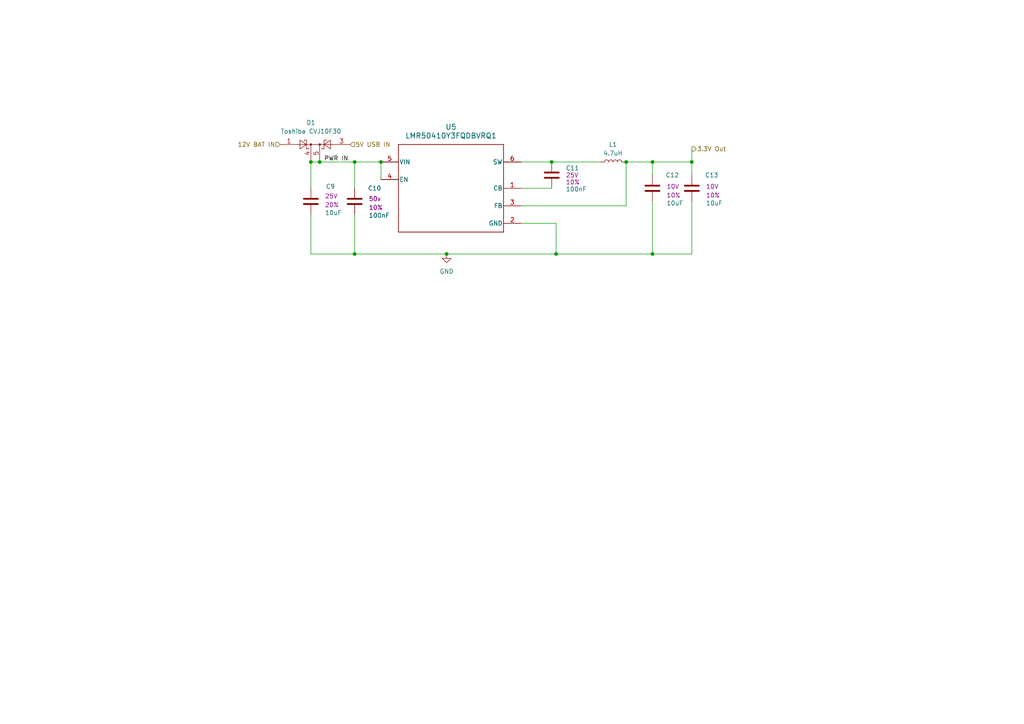
<source format=kicad_sch>
(kicad_sch (version 20231120) (generator "eeschema") (generator_version "8.0")
  (paper "A4")
  (title_block (title "RykerConnect PCB") (date "2024-04-26") (rev "1"))
  (lib_symbols
    (symbol "Device:L" (pin_numbers hide) (pin_names (offset 1.016) hide)
      (property "Reference" "L" (at -1.27 0 90))
      (property "Value" "L" (at 1.905 0 90))
      (symbol "L_0_1"
        (arc (start 0 -2.54) (mid 0.6323 -1.905) (end 0 -1.27))
        (arc (start 0 -1.27) (mid 0.6323 -0.635) (end 0 0))
        (arc (start 0 0) (mid 0.6323 0.635) (end 0 1.27))
        (arc (start 0 1.27) (mid 0.6323 1.905) (end 0 2.54))
      )
      (symbol "L_1_1"
        (pin passive line (at 0 3.81 270) (length 1.27) (name "1") (number "1"))
        (pin passive line (at 0 -3.81 90) (length 1.27) (name "2") (number "2"))
      )
    )
    (symbol "Diode:BAT160C"
      (property "Reference" "D1" (at 0 6.35 0))
      (property "Value" "BAT120C" (at 0 3.81 0))
      (symbol "BAT160C_0_1"
        (polyline (pts (xy -1.905 0) (xy 3.81 0)))
        (polyline (pts (xy -1.905 1.27) (xy -1.905 1.016)))
        (polyline (pts (xy -1.27 -1.27) (xy -0.635 -1.27)))
        (polyline (pts (xy -1.27 0) (xy -3.81 0)))
        (polyline (pts (xy -1.27 1.27) (xy -1.905 1.27)))
        (polyline (pts (xy -1.27 1.27) (xy -1.27 -1.27)))
        (polyline (pts (xy -0.635 -1.27) (xy -0.635 -1.016)))
        (polyline (pts (xy 3.175 -1.27) (xy 3.175 -1.016)))
        (polyline (pts (xy 3.81 -1.27) (xy 3.175 -1.27)))
        (polyline (pts (xy 3.81 1.27) (xy 3.81 -1.27)))
        (polyline (pts (xy 3.81 1.27) (xy 4.445 1.27)))
        (polyline (pts (xy 4.445 1.27) (xy 4.445 1.016)))
        (polyline (pts (xy 6.35 0) (xy 3.81 0)))
        (polyline (pts (xy -3.175 -1.27) (xy -3.175 1.27) (xy -1.27 0) (xy -3.175 -1.27)))
        (polyline (pts (xy 5.715 -1.27) (xy 5.715 1.27) (xy 3.81 0) (xy 5.715 -1.27)))
        (circle (center 0 0) (radius 0.254) (fill (type outline)))
        (circle (center 2.54 0) (radius 0.254) (fill (type outline)))
      )
      (symbol "BAT160C_1_0"
        (pin passive line (at 2.54 -5.08 90) (length 5.08) (name "~") (number "5"))
      )
      (symbol "BAT160C_1_1"
        (pin passive line (at -8.89 0 0) (length 5.08) (name "~") (number "1"))
        (pin no_connect line (at 0 2.54 270) (length 5.08) hide (name "NC") (number "2"))
        (pin passive line (at 11.43 0 180) (length 5.08) (name "~") (number "3"))
        (pin passive line (at 0 -5.08 90) (length 5.08) (name "~") (number "4"))
      )
    )
    (symbol "SparkFun-Capacitor:C" (pin_numbers hide) (pin_names (offset 0.254))
      (property "Reference" "C" (at 0.635 2.54 0))
      (property "Value" "C" (at 0.635 -2.54 0))
      (property "Voltage" "1kV" (at 0 -6.35 0))
      (property "Tolerance" "100%" (at 0 -8.89 0))
      (symbol "C_0_1"
        (polyline (pts (xy -2.032 -0.762) (xy 2.032 -0.762)) (stroke (width 0.508)))
        (polyline (pts (xy -2.032 0.762) (xy 2.032 0.762)) (stroke (width 0.508)))
      )
      (symbol "C_1_1"
        (pin passive line (at 0 3.81 270) (length 2.794) (name "~") (number "1"))
        (pin passive line (at 0 -3.81 90) (length 2.794) (name "~") (number "2"))
      )
    )
    (symbol "Ti LMR50410Y3FQDBVRQ1:LMR50410Y3FQDBVRQ1" (pin_names (offset 0.254))
      (property "Reference" "U" (at 0 2.54 0))
      (property "Value" "LMR50410Y3FQDBVRQ1" (at 0 0 0))
      (symbol "LMR50410Y3FQDBVRQ1_0_1"
        (polyline (pts (xy -15.24 -12.7) (xy 15.24 -12.7)) (stroke (width 0.2032)))
        (polyline (pts (xy -15.24 12.7) (xy -15.24 -12.7)) (stroke (width 0.2032)))
        (polyline (pts (xy 15.24 -12.7) (xy 15.24 12.7)) (stroke (width 0.2032)))
        (polyline (pts (xy 15.24 12.7) (xy -15.24 12.7)) (stroke (width 0.2032)))
        (pin unspecified line (at 20.32 0 180) (length 5.08) (name "CB") (number "1"))
        (pin power_in line (at 20.32 -10.16 180) (length 5.08) (name "GND") (number "2"))
        (pin unspecified line (at 20.32 -5.08 180) (length 5.08) (name "FB") (number "3"))
        (pin input line (at -20.32 2.54 0) (length 5.08) (name "EN") (number "4"))
        (pin power_in line (at -20.32 7.62 0) (length 5.08) (name "VIN") (number "5"))
        (pin power_in line (at 20.32 7.62 180) (length 5.08) (name "SW") (number "6"))
      )
    )
    (symbol "power:GND" (power) (pin_numbers hide) (pin_names (offset 0) hide)
      (property "Value" "GND" (at 0 -3.81 0))
      (symbol "GND_0_1"
        (polyline (pts (xy 0 0) (xy 0 -1.27) (xy 1.27 -1.27) (xy 0 -2.54) (xy -1.27 -1.27) (xy 0 -1.27)))
      )
      (symbol "GND_1_1"
        (pin power_in line (at 0 0 270) (length 0) (name "~") (number "1"))
      )
    )
  )
  (junction (at 189.23 46.99))
  (junction (at 189.23 73.66))
  (junction (at 102.87 73.66))
  (junction (at 200.66 46.99))
  (junction (at 129.54 73.66))
  (junction (at 90.17 46.99))
  (junction (at 161.29 73.66))
  (junction (at 92.71 46.99))
  (junction (at 110.49 46.99))
  (junction (at 102.87 46.99))
  (junction (at 181.61 46.99))
  (junction (at 160.02 46.99))
  (wire (pts (xy 102.87 73.66) (xy 129.54 73.66)))
  (wire (pts (xy 200.66 73.66) (xy 189.23 73.66)))
  (wire (pts (xy 189.23 73.66) (xy 189.23 58.42)))
  (wire (pts (xy 90.17 46.99) (xy 92.71 46.99)))
  (wire (pts (xy 102.87 46.99) (xy 102.87 54.61)))
  (wire (pts (xy 151.13 59.69) (xy 181.61 59.69)))
  (wire (pts (xy 151.13 46.99) (xy 160.02 46.99)))
  (wire (pts (xy 161.29 73.66) (xy 189.23 73.66)))
  (wire (pts (xy 181.61 59.69) (xy 181.61 46.99)))
  (wire (pts (xy 161.29 64.77) (xy 151.13 64.77)))
  (wire (pts (xy 102.87 46.99) (xy 110.49 46.99)))
  (wire (pts (xy 90.17 62.23) (xy 90.17 73.66)))
  (wire (pts (xy 189.23 46.99) (xy 189.23 50.8)))
  (wire (pts (xy 92.71 46.99) (xy 102.87 46.99)))
  (wire (pts (xy 200.66 58.42) (xy 200.66 73.66)))
  (wire (pts (xy 90.17 46.99) (xy 90.17 54.61)))
  (wire (pts (xy 200.66 46.99) (xy 200.66 50.8)))
  (wire (pts (xy 151.13 54.61) (xy 160.02 54.61)))
  (wire (pts (xy 110.49 46.99) (xy 110.49 52.07)))
  (wire (pts (xy 200.66 46.99) (xy 189.23 46.99)))
  (wire (pts (xy 129.54 73.66) (xy 161.29 73.66)))
  (wire (pts (xy 160.02 46.99) (xy 173.99 46.99)))
  (wire (pts (xy 181.61 46.99) (xy 189.23 46.99)))
  (wire (pts (xy 200.66 43.18) (xy 200.66 46.99)))
  (wire (pts (xy 161.29 73.66) (xy 161.29 64.77)))
  (wire (pts (xy 90.17 73.66) (xy 102.87 73.66)))
  (wire (pts (xy 102.87 62.23) (xy 102.87 73.66)))
  (label "PWR IN" (at 93.98 46.99 0))
  (hierarchical_label "5V USB IN" (shape input) (at 101.6 41.91 0))
  (hierarchical_label "3.3V Out" (shape output) (at 200.66 43.18 0))
  (hierarchical_label "12V BAT IN" (shape input) (at 81.28 41.91 180))
  (symbol (lib_id "Device:L") (at 177.8 46.99 90) (unit 1)
    (property "Reference" "L1" (at 177.8 41.91 90))
    (property "Value" "4.7uH" (at 177.8 44.45 90))
    (property "Footprint" "SamacSys_Parts:INDPM5653X430N" (effects (hide yes)))
    (property "Description" "Inductor" (effects (hide yes)))
    (property "PROD_ID" "744316470" (effects (hide yes)))
  )
  (symbol (lib_id "SparkFun-Capacitor:C") (at 200.66 54.61 0) (unit 1)
    (property "Reference" "C13" (at 204.47 50.7999 0) (effects (justify left)))
    (property "Value" "10uF" (at 204.724 58.928 0) (effects (justify left)))
    (property "Footprint" "Capacitor_SMD:C_0805_2012Metric_Pad1.18x1.45mm_HandSolder" (effects (hide yes)))
    (property "Datasheet" "https://cdn.sparkfun.com/assets/8/a/4/a/5/Kemet_Capacitor_Datasheet.pdf" (effects (hide yes)))
    (property "Description" "Unpolarized capacitor" (effects (hide yes)))
    (property "PROD_ID" "C0805C106K8PACTU" (effects (hide yes)))
    (property "Voltage" "10V" (at 204.724 54.102 0) (effects (justify left)))
    (property "Tolerance" "10%" (at 204.724 56.642 0) (effects (justify left)))
  )
  (symbol (lib_id "Diode:BAT160C") (at 90.17 41.91 0) (unit 1)
    (property "Reference" "D1" (at 90.17 35.56 0))
    (property "Value" "Toshiba CVJ10F30" (at 90.17 38.1 0))
    (property "Footprint" "SamacSys_Parts:SOTFL65P210X75-5N" (effects (hide yes)))
    (property "Datasheet" "https://assets.nexperia.com/documents/data-sheet/BAT160_SERIES.pdf" (effects (hide yes)))
    (property "Description" "Dual schottky barrier diode, common cathode, SOT-223" (effects (hide yes)))
  )
  (symbol (lib_id "Ti LMR50410Y3FQDBVRQ1:LMR50410Y3FQDBVRQ1") (at 130.81 54.61 0) (unit 1)
    (property "Reference" "U5" (at 130.81 36.83 0) (effects (font (size 1.524 1.524))))
    (property "Value" "LMR50410Y3FQDBVRQ1" (at 130.81 39.37 0) (effects (font (size 1.524 1.524))))
    (property "Footprint" "DBV0006A-IPC_A" (effects (hide yes)))
    (property "Datasheet" "LMR50410Y3FQDBVRQ1" (effects (hide yes)))
  )
  (symbol (lib_id "power:GND") (at 129.54 73.66 0) (unit 1)
    (property "Reference" "#PWR024" (effects (hide yes)))
    (property "Value" "GND" (at 129.54 78.74 0))
    (property "Description" "Power symbol creates a global label with name \"GND\" , ground" (effects (hide yes)))
  )
  (symbol (lib_id "SparkFun-Capacitor:C") (at 102.87 58.42 0) (unit 1)
    (property "Reference" "C10" (at 106.68 54.6099 0) (effects (justify left)))
    (property "Value" "100nF" (at 106.934 62.484 0) (effects (justify left)))
    (property "Footprint" "Capacitor_SMD:C_0603_1608Metric_Pad1.08x0.95mm_HandSolder" (effects (hide yes)))
    (property "Datasheet" "https://cdn.sparkfun.com/assets/8/a/4/a/5/Kemet_Capacitor_Datasheet.pdf" (effects (hide yes)))
    (property "Description" "Unpolarized capacitor" (effects (hide yes)))
    (property "PROD_ID" "C0603C104K5RAC7082" (effects (hide yes)))
    (property "Voltage" "50v" (at 106.934 57.658 0) (effects (justify left)))
    (property "Tolerance" "10%" (at 106.934 60.198 0) (effects (justify left)))
  )
  (symbol (lib_id "SparkFun-Capacitor:C") (at 189.23 54.61 0) (unit 1)
    (property "Reference" "C12" (at 193.04 50.7999 0) (effects (justify left)))
    (property "Value" "10uF" (at 193.294 58.928 0) (effects (justify left)))
    (property "Footprint" "Capacitor_SMD:C_0805_2012Metric_Pad1.18x1.45mm_HandSolder" (effects (hide yes)))
    (property "Datasheet" "https://cdn.sparkfun.com/assets/8/a/4/a/5/Kemet_Capacitor_Datasheet.pdf" (effects (hide yes)))
    (property "Description" "Unpolarized capacitor" (effects (hide yes)))
    (property "PROD_ID" "C0805C106K8PACTU" (effects (hide yes)))
    (property "Voltage" "10V" (at 193.294 54.102 0) (effects (justify left)))
    (property "Tolerance" "10%" (at 193.294 56.642 0) (effects (justify left)))
  )
  (symbol (lib_id "SparkFun-Capacitor:C") (at 160.02 50.8 0) (unit 1)
    (property "Reference" "C11" (at 164.084 48.768 0) (effects (justify left)))
    (property "Value" "100nF" (at 164.084 54.864 0) (effects (justify left)))
    (property "Footprint" "Capacitor_SMD:C_0603_1608Metric_Pad1.08x0.95mm_HandSolder" (effects (hide yes)))
    (property "Datasheet" "https://cdn.sparkfun.com/assets/8/a/4/a/5/Kemet_Capacitor_Datasheet.pdf" (effects (hide yes)))
    (property "Description" "Unpolarized capacitor" (effects (hide yes)))
    (property "PROD_ID" "C0603C104K3RACTU" (effects (hide yes)))
    (property "Voltage" "25V" (at 164.084 50.8 0) (effects (justify left)))
    (property "Tolerance" "10%" (at 164.084 52.832 0) (effects (justify left)))
  )
  (symbol (lib_id "SparkFun-Capacitor:C") (at 90.17 58.42 0) (unit 1)
    (property "Reference" "C9" (at 94.488 54.102 0) (effects (justify left)))
    (property "Value" "10uF" (at 94.234 61.722 0) (effects (justify left)))
    (property "Footprint" "Capacitor_SMD:C_0603_1608Metric_Pad1.08x0.95mm_HandSolder" (effects (hide yes)))
    (property "Datasheet" "https://cdn.sparkfun.com/assets/8/a/4/a/5/Kemet_Capacitor_Datasheet.pdf" (effects (hide yes)))
    (property "Description" "Unpolarized capacitor" (effects (hide yes)))
    (property "PROD_ID" "C1608X5R1E106M080AC" (effects (hide yes)))
    (property "Voltage" "25V" (at 94.234 56.896 0) (effects (justify left)))
    (property "Tolerance" "20%" (at 94.234 59.436 0) (effects (justify left)))
  )
)
</source>
